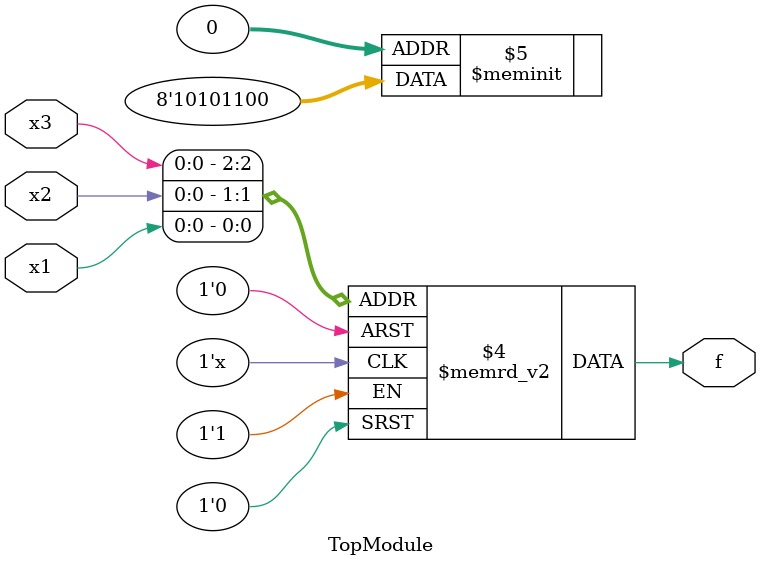
<source format=sv>

module TopModule (
    input x3,
    input x2,
    input x1,
    output reg f
);

always @* begin
    case ({x3, x2, x1})
        3'b000: f = 1'b0;
        3'b001: f = 1'b0;
        3'b010: f = 1'b1;
        3'b011: f = 1'b1;
        3'b100: f = 1'b0;
        3'b101: f = 1'b1;
        3'b110: f = 1'b0;
        3'b111: f = 1'b1;
    endcase
end

endmodule
</source>
